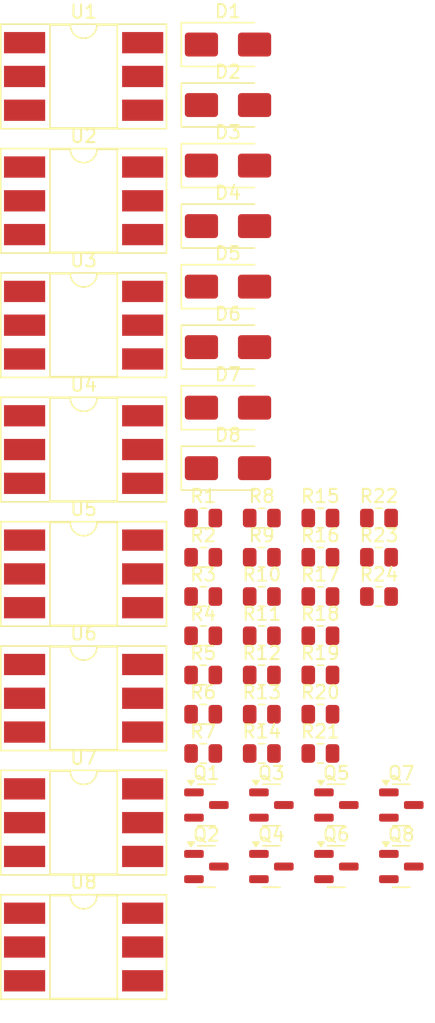
<source format=kicad_pcb>
(kicad_pcb (version 20240108) (generator "pcbnew") (generator_version "8.0")
  (layers (0 "F.Cu" signal) (31 "B.Cu" signal) (34 "B.Paste" user) (35 "F.Paste" user) (36 "B.SilkS" user "B.Silkscreen") (37 "F.SilkS" user "F.Silkscreen") (38 "B.Mask" user) (39 "F.Mask" user) (44 "Edge.Cuts" user))
  (net 0 "")
  (net 1 "Hydrogen_OUT")
  (net 2 "GND_IN")
  (net 3 "Charge_OUT")
  (net 4 "EVD80_Shunt_OUT")
  (net 5 "EVD80_Precharge_OUT")
  (net 6 "AUX_Shunt_OUT")
  (net 7 "AUX_Precharge_OUT")
  (net 8 "DCDC_Shunt_OUT")
  (net 9 "DCDC_Precharge_OUT")
  (net 10 "Net-(Q1-C)")
  (net 11 "GND")
  (net 12 "Net-(Q1-B)")
  (net 13 "Net-(Q2-B)")
  (net 14 "Net-(Q2-C)")
  (net 15 "Net-(Q3-B)")
  (net 16 "Net-(Q3-C)")
  (net 17 "Net-(Q4-C)")
  (net 18 "Net-(Q4-B)")
  (net 19 "Net-(Q5-B)")
  (net 20 "Net-(Q5-C)")
  (net 21 "Net-(Q6-B)")
  (net 22 "Net-(Q6-C)")
  (net 23 "Net-(Q7-C)")
  (net 24 "Net-(Q7-B)")
  (net 25 "Net-(Q8-B)")
  (net 26 "Net-(Q8-C)")
  (net 27 "Net-(R1-Pad2)")
  (net 28 "VDD_3V3")
  (net 29 "Hydrogen_MK")
  (net 30 "Net-(R4-Pad2)")
  (net 31 "Charge_MK")
  (net 32 "Net-(R7-Pad2)")
  (net 33 "EVD80_Shunt_MK")
  (net 34 "Net-(R10-Pad2)")
  (net 35 "EVD80_Precharge_MK")
  (net 36 "Net-(R13-Pad2)")
  (net 37 "AUX_Shunt_MK")
  (net 38 "Net-(R16-Pad2)")
  (net 39 "AUX_Precharge_MK")
  (net 40 "Net-(R19-Pad2)")
  (net 41 "DCDC_Shunt_MK")
  (net 42 "Net-(R22-Pad2)")
  (net 43 "DCDC_Precharge_MK")
  (net 46 "VIN")
  (footprint "Diode_SMD:D_SMA" (layer "F.Cu") (at 144.0055 57.26)
    (property "Reference" "D4" (at 0 -2.5 0) (layer "F.SilkS"))
    (property "Value" "D")
    (fp_line (start -3.51 -1.65) (end -3.51 1.65) (stroke (width 0.12)) (layer "F.SilkS"))
    (fp_line (start -3.51 -1.65) (end 2 -1.65) (stroke (width 0.12)) (layer "F.SilkS"))
    (fp_line (start -3.51 1.65) (end 2 1.65) (stroke (width 0.12)) (layer "F.SilkS"))
    (pad "1" smd roundrect (at -2 0) (size 2.5 1.8) (layers "F.Cu" "F.Paste" "F.Mask") (roundrect_rratio 0.1388888889) (net 5 "EVD80_Precharge_OUT"))
    (pad "2" smd roundrect (at 2 0) (size 2.5 1.8) (layers "F.Cu" "F.Paste" "F.Mask") (roundrect_rratio 0.1388888889) (net 2 "GND_IN"))
  )
  (footprint "Resistor_SMD:R_0805_2012Metric" (layer "F.Cu") (at 150.9605 91.01)
    (property "Reference" "R19" (at 0 -1.65 0) (layer "F.SilkS"))
    (property "Value" "220")
    (fp_line (start -0.227064 -0.735) (end 0.227064 -0.735) (stroke (width 0.12)) (layer "F.SilkS"))
    (fp_line (start -0.227064 0.735) (end 0.227064 0.735) (stroke (width 0.12)) (layer "F.SilkS"))
    (pad "1" smd roundrect (at -0.9125 0) (size 1.025 1.4) (layers "F.Cu" "F.Paste" "F.Mask") (roundrect_rratio 0.243902) (net 28 "VDD_3V3"))
    (pad "2" smd roundrect (at 0.9125 0) (size 1.025 1.4) (layers "F.Cu" "F.Paste" "F.Mask") (roundrect_rratio 0.243902) (net 40 "Net-(R19-Pad2)"))
  )
  (footprint "Package_DIP:DIP-6_W8.89mm_SMDSocket_LongPads" (layer "F.Cu") (at 133.1405 102.11)
    (property "Reference" "U7" (at 0 -4.87 0) (layer "F.SilkS"))
    (property "Value" "PVG612")
    (fp_line (start -6.235 -3.93) (end -6.235 3.93) (stroke (width 0.12)) (layer "F.SilkS"))
    (fp_line (start -6.235 3.93) (end 6.235 3.93) (stroke (width 0.12)) (layer "F.SilkS"))
    (fp_line (start -2.535 -3.87) (end -2.535 3.87) (stroke (width 0.12)) (layer "F.SilkS"))
    (fp_line (start -2.535 3.87) (end 2.535 3.87) (stroke (width 0.12)) (layer "F.SilkS"))
    (fp_line (start -1 -3.87) (end -2.535 -3.87) (stroke (width 0.12)) (layer "F.SilkS"))
    (fp_line (start 2.535 -3.87) (end 1 -3.87) (stroke (width 0.12)) (layer "F.SilkS"))
    (fp_line (start 2.535 3.87) (end 2.535 -3.87) (stroke (width 0.12)) (layer "F.SilkS"))
    (fp_line (start 6.235 -3.93) (end -6.235 -3.93) (stroke (width 0.12)) (layer "F.SilkS"))
    (fp_line (start 6.235 3.93) (end 6.235 -3.93) (stroke (width 0.12)) (layer "F.SilkS"))
    (fp_arc (start 1 -3.87) (mid 0 -2.87) (end -1 -3.87) (stroke (width 0.12)) (layer "F.SilkS"))
    (pad "1" smd rect (at -4.445 -2.54) (size 3.1 1.6) (layers "F.Cu" "F.Paste" "F.Mask") (net 40 "Net-(R19-Pad2)"))
    (pad "2" smd rect (at -4.445 0) (size 3.1 1.6) (layers "F.Cu" "F.Paste" "F.Mask") (net 23 "Net-(Q7-C)"))
    (pad "3" smd rect (at -4.445 2.54) (size 3.1 1.6) (layers "F.Cu" "F.Paste" "F.Mask"))
    (pad "4" smd rect (at 4.445 2.54) (size 3.1 1.6) (layers "F.Cu" "F.Paste" "F.Mask") (net 8 "DCDC_Shunt_OUT"))
    (pad "5" smd rect (at 4.445 0) (size 3.1 1.6) (layers "F.Cu" "F.Paste" "F.Mask"))
    (pad "6" smd rect (at 4.445 -2.54) (size 3.1 1.6) (layers "F.Cu" "F.Paste" "F.Mask") (net 46 "VIN"))
  )
  (footprint "Resistor_SMD:R_0805_2012Metric" (layer "F.Cu") (at 155.3705 82.16)
    (property "Reference" "R23" (at 0 -1.65 0) (layer "F.SilkS"))
    (property "Value" "4.7k")
    (fp_line (start -0.227064 -0.735) (end 0.227064 -0.735) (stroke (width 0.12)) (layer "F.SilkS"))
    (fp_line (start -0.227064 0.735) (end 0.227064 0.735) (stroke (width 0.12)) (layer "F.SilkS"))
    (pad "1" smd roundrect (at -0.9125 0) (size 1.025 1.4) (layers "F.Cu" "F.Paste" "F.Mask") (roundrect_rratio 0.243902) (net 43 "DCDC_Precharge_MK"))
    (pad "2" smd roundrect (at 0.9125 0) (size 1.025 1.4) (layers "F.Cu" "F.Paste" "F.Mask") (roundrect_rratio 0.243902) (net 25 "Net-(Q8-B)"))
  )
  (footprint "Resistor_SMD:R_0805_2012Metric" (layer "F.Cu") (at 146.5505 82.16)
    (property "Reference" "R9" (at 0 -1.65 0) (layer "F.SilkS"))
    (property "Value" "10K")
    (fp_line (start -0.227064 -0.735) (end 0.227064 -0.735) (stroke (width 0.12)) (layer "F.SilkS"))
    (fp_line (start -0.227064 0.735) (end 0.227064 0.735) (stroke (width 0.12)) (layer "F.SilkS"))
    (pad "1" smd roundrect (at -0.9125 0) (size 1.025 1.4) (layers "F.Cu" "F.Paste" "F.Mask") (roundrect_rratio 0.243902) (net 15 "Net-(Q3-B)"))
    (pad "2" smd roundrect (at 0.9125 0) (size 1.025 1.4) (layers "F.Cu" "F.Paste" "F.Mask") (roundrect_rratio 0.243902) (net 11 "GND"))
  )
  (footprint "Package_DIP:DIP-6_W8.89mm_SMDSocket_LongPads" (layer "F.Cu") (at 133.1405 92.76)
    (property "Reference" "U6" (at 0 -4.87 0) (layer "F.SilkS"))
    (property "Value" "PVG612")
    (fp_line (start -6.235 -3.93) (end -6.235 3.93) (stroke (width 0.12)) (layer "F.SilkS"))
    (fp_line (start -6.235 3.93) (end 6.235 3.93) (stroke (width 0.12)) (layer "F.SilkS"))
    (fp_line (start -2.535 -3.87) (end -2.535 3.87) (stroke (width 0.12)) (layer "F.SilkS"))
    (fp_line (start -2.535 3.87) (end 2.535 3.87) (stroke (width 0.12)) (layer "F.SilkS"))
    (fp_line (start -1 -3.87) (end -2.535 -3.87) (stroke (width 0.12)) (layer "F.SilkS"))
    (fp_line (start 2.535 -3.87) (end 1 -3.87) (stroke (width 0.12)) (layer "F.SilkS"))
    (fp_line (start 2.535 3.87) (end 2.535 -3.87) (stroke (width 0.12)) (layer "F.SilkS"))
    (fp_line (start 6.235 -3.93) (end -6.235 -3.93) (stroke (width 0.12)) (layer "F.SilkS"))
    (fp_line (start 6.235 3.93) (end 6.235 -3.93) (stroke (width 0.12)) (layer "F.SilkS"))
    (fp_arc (start 1 -3.87) (mid 0 -2.87) (end -1 -3.87) (stroke (width 0.12)) (layer "F.SilkS"))
    (pad "1" smd rect (at -4.445 -2.54) (size 3.1 1.6) (layers "F.Cu" "F.Paste" "F.Mask") (net 38 "Net-(R16-Pad2)"))
    (pad "2" smd rect (at -4.445 0) (size 3.1 1.6) (layers "F.Cu" "F.Paste" "F.Mask") (net 22 "Net-(Q6-C)"))
    (pad "3" smd rect (at -4.445 2.54) (size 3.1 1.6) (layers "F.Cu" "F.Paste" "F.Mask"))
    (pad "4" smd rect (at 4.445 2.54) (size 3.1 1.6) (layers "F.Cu" "F.Paste" "F.Mask") (net 7 "AUX_Precharge_OUT"))
    (pad "5" smd rect (at 4.445 0) (size 3.1 1.6) (layers "F.Cu" "F.Paste" "F.Mask"))
    (pad "6" smd rect (at 4.445 -2.54) (size 3.1 1.6) (layers "F.Cu" "F.Paste" "F.Mask") (net 46 "VIN"))
  )
  (footprint "Package_TO_SOT_SMD:SOT-23" (layer "F.Cu") (at 147.2705 105.41)
    (property "Reference" "Q4" (at 0 -2.4 0) (layer "F.SilkS"))
    (property "Value" "BC817")
    (fp_line (start 0 -1.56) (end -0.65 -1.56) (stroke (width 0.12)) (layer "F.SilkS"))
    (fp_line (start 0 -1.56) (end 0.65 -1.56) (stroke (width 0.12)) (layer "F.SilkS"))
    (fp_line (start 0 1.56) (end -0.65 1.56) (stroke (width 0.12)) (layer "F.SilkS"))
    (fp_line (start 0 1.56) (end 0.65 1.56) (stroke (width 0.12)) (layer "F.SilkS"))
    (fp_poly (pts (xy -1.1625 -1.51) (xy -1.4025 -1.84) (xy -0.9225 -1.84) (xy -1.1625 -1.51)) (stroke (width 0.12)) (fill solid) (layer "F.SilkS"))
    (pad "1" smd roundrect (at -0.9375 -0.95) (size 1.475 0.6) (layers "F.Cu" "F.Paste" "F.Mask") (net 18 "Net-(Q4-B)"))
    (pad "2" smd roundrect (at -0.9375 0.95) (size 1.475 0.6) (layers "F.Cu" "F.Paste" "F.Mask") (net 11 "GND"))
    (pad "3" smd roundrect (at 0.9375 0) (size 1.475 0.6) (layers "F.Cu" "F.Paste" "F.Mask") (net 17 "Net-(Q4-C)"))
  )
  (footprint "Diode_SMD:D_SMA" (layer "F.Cu") (at 144.0055 75.46)
    (property "Reference" "D8" (at 0 -2.5 0) (layer "F.SilkS"))
    (property "Value" "D")
    (fp_line (start -3.51 -1.65) (end -3.51 1.65) (stroke (width 0.12)) (layer "F.SilkS"))
    (fp_line (start -3.51 -1.65) (end 2 -1.65) (stroke (width 0.12)) (layer "F.SilkS"))
    (fp_line (start -3.51 1.65) (end 2 1.65) (stroke (width 0.12)) (layer "F.SilkS"))
    (pad "1" smd roundrect (at -2 0) (size 2.5 1.8) (layers "F.Cu" "F.Paste" "F.Mask") (roundrect_rratio 0.1388888889) (net 9 "DCDC_Precharge_OUT"))
    (pad "2" smd roundrect (at 2 0) (size 2.5 1.8) (layers "F.Cu" "F.Paste" "F.Mask") (roundrect_rratio 0.1388888889) (net 2 "GND_IN"))
  )
  (footprint "Package_DIP:DIP-6_W8.89mm_SMDSocket_LongPads" (layer "F.Cu") (at 133.1405 74.06)
    (property "Reference" "U4" (at 0 -4.87 0) (layer "F.SilkS"))
    (property "Value" "PVG612")
    (fp_line (start -6.235 -3.93) (end -6.235 3.93) (stroke (width 0.12)) (layer "F.SilkS"))
    (fp_line (start -6.235 3.93) (end 6.235 3.93) (stroke (width 0.12)) (layer "F.SilkS"))
    (fp_line (start -2.535 -3.87) (end -2.535 3.87) (stroke (width 0.12)) (layer "F.SilkS"))
    (fp_line (start -2.535 3.87) (end 2.535 3.87) (stroke (width 0.12)) (layer "F.SilkS"))
    (fp_line (start -1 -3.87) (end -2.535 -3.87) (stroke (width 0.12)) (layer "F.SilkS"))
    (fp_line (start 2.535 -3.87) (end 1 -3.87) (stroke (width 0.12)) (layer "F.SilkS"))
    (fp_line (start 2.535 3.87) (end 2.535 -3.87) (stroke (width 0.12)) (layer "F.SilkS"))
    (fp_line (start 6.235 -3.93) (end -6.235 -3.93) (stroke (width 0.12)) (layer "F.SilkS"))
    (fp_line (start 6.235 3.93) (end 6.235 -3.93) (stroke (width 0.12)) (layer "F.SilkS"))
    (fp_arc (start 1 -3.87) (mid 0 -2.87) (end -1 -3.87) (stroke (width 0.12)) (layer "F.SilkS"))
    (pad "1" smd rect (at -4.445 -2.54) (size 3.1 1.6) (layers "F.Cu" "F.Paste" "F.Mask") (net 34 "Net-(R10-Pad2)"))
    (pad "2" smd rect (at -4.445 0) (size 3.1 1.6) (layers "F.Cu" "F.Paste" "F.Mask") (net 17 "Net-(Q4-C)"))
    (pad "3" smd rect (at -4.445 2.54) (size 3.1 1.6) (layers "F.Cu" "F.Paste" "F.Mask"))
    (pad "4" smd rect (at 4.445 2.54) (size 3.1 1.6) (layers "F.Cu" "F.Paste" "F.Mask") (net 5 "EVD80_Precharge_OUT"))
    (pad "5" smd rect (at 4.445 0) (size 3.1 1.6) (layers "F.Cu" "F.Paste" "F.Mask"))
    (pad "6" smd rect (at 4.445 -2.54) (size 3.1 1.6) (layers "F.Cu" "F.Paste" "F.Mask") (net 46 "VIN"))
  )
  (footprint "Package_DIP:DIP-6_W8.89mm_SMDSocket_LongPads" (layer "F.Cu") (at 133.1405 111.46)
    (property "Reference" "U8" (at 0 -4.87 0) (layer "F.SilkS"))
    (property "Value" "PVG612")
    (fp_line (start -6.235 -3.93) (end -6.235 3.93) (stroke (width 0.12)) (layer "F.SilkS"))
    (fp_line (start -6.235 3.93) (end 6.235 3.93) (stroke (width 0.12)) (layer "F.SilkS"))
    (fp_line (start -2.535 -3.87) (end -2.535 3.87) (stroke (width 0.12)) (layer "F.SilkS"))
    (fp_line (start -2.535 3.87) (end 2.535 3.87) (stroke (width 0.12)) (layer "F.SilkS"))
    (fp_line (start -1 -3.87) (end -2.535 -3.87) (stroke (width 0.12)) (layer "F.SilkS"))
    (fp_line (start 2.535 -3.87) (end 1 -3.87) (stroke (width 0.12)) (layer "F.SilkS"))
    (fp_line (start 2.535 3.87) (end 2.535 -3.87) (stroke (width 0.12)) (layer "F.SilkS"))
    (fp_line (start 6.235 -3.93) (end -6.235 -3.93) (stroke (width 0.12)) (layer "F.SilkS"))
    (fp_line (start 6.235 3.93) (end 6.235 -3.93) (stroke (width 0.12)) (layer "F.SilkS"))
    (fp_arc (start 1 -3.87) (mid 0 -2.87) (end -1 -3.87) (stroke (width 0.12)) (layer "F.SilkS"))
    (pad "1" smd rect (at -4.445 -2.54) (size 3.1 1.6) (layers "F.Cu" "F.Paste" "F.Mask") (net 42 "Net-(R22-Pad2)"))
    (pad "2" smd rect (at -4.445 0) (size 3.1 1.6) (layers "F.Cu" "F.Paste" "F.Mask") (net 26 "Net-(Q8-C)"))
    (pad "3" smd rect (at -4.445 2.54) (size 3.1 1.6) (layers "F.Cu" "F.Paste" "F.Mask"))
    (pad "4" smd rect (at 4.445 2.54) (size 3.1 1.6) (layers "F.Cu" "F.Paste" "F.Mask") (net 9 "DCDC_Precharge_OUT"))
    (pad "5" smd rect (at 4.445 0) (size 3.1 1.6) (layers "F.Cu" "F.Paste" "F.Mask"))
    (pad "6" smd rect (at 4.445 -2.54) (size 3.1 1.6) (layers "F.Cu" "F.Paste" "F.Mask") (net 46 "VIN"))
  )
  (footprint "Package_TO_SOT_SMD:SOT-23" (layer "F.Cu") (at 152.1605 105.41)
    (property "Reference" "Q6" (at 0 -2.4 0) (layer "F.SilkS"))
    (property "Value" "BC817")
    (fp_line (start 0 -1.56) (end -0.65 -1.56) (stroke (width 0.12)) (layer "F.SilkS"))
    (fp_line (start 0 -1.56) (end 0.65 -1.56) (stroke (width 0.12)) (layer "F.SilkS"))
    (fp_line (start 0 1.56) (end -0.65 1.56) (stroke (width 0.12)) (layer "F.SilkS"))
    (fp_line (start 0 1.56) (end 0.65 1.56) (stroke (width 0.12)) (layer "F.SilkS"))
    (fp_poly (pts (xy -1.1625 -1.51) (xy -1.4025 -1.84) (xy -0.9225 -1.84) (xy -1.1625 -1.51)) (stroke (width 0.12)) (fill solid) (layer "F.SilkS"))
    (pad "1" smd roundrect (at -0.9375 -0.95) (size 1.475 0.6) (layers "F.Cu" "F.Paste" "F.Mask") (net 21 "Net-(Q6-B)"))
    (pad "2" smd roundrect (at -0.9375 0.95) (size 1.475 0.6) (layers "F.Cu" "F.Paste" "F.Mask") (net 11 "GND"))
    (pad "3" smd roundrect (at 0.9375 0) (size 1.475 0.6) (layers "F.Cu" "F.Paste" "F.Mask") (net 22 "Net-(Q6-C)"))
  )
  (footprint "Resistor_SMD:R_0805_2012Metric" (layer "F.Cu") (at 155.3705 79.21)
    (property "Reference" "R22" (at 0 -1.65 0) (layer "F.SilkS"))
    (property "Value" "220")
    (fp_line (start -0.227064 -0.735) (end 0.227064 -0.735) (stroke (width 0.12)) (layer "F.SilkS"))
    (fp_line (start -0.227064 0.735) (end 0.227064 0.735) (stroke (width 0.12)) (layer "F.SilkS"))
    (pad "1" smd roundrect (at -0.9125 0) (size 1.025 1.4) (layers "F.Cu" "F.Paste" "F.Mask") (roundrect_rratio 0.243902) (net 28 "VDD_3V3"))
    (pad "2" smd roundrect (at 0.9125 0) (size 1.025 1.4) (layers "F.Cu" "F.Paste" "F.Mask") (roundrect_rratio 0.243902) (net 42 "Net-(R22-Pad2)"))
  )
  (footprint "Resistor_SMD:R_0805_2012Metric" (layer "F.Cu") (at 150.9605 79.21)
    (property "Reference" "R15" (at 0 -1.65 0) (layer "F.SilkS"))
    (property "Value" "10K")
    (fp_line (start -0.227064 -0.735) (end 0.227064 -0.735) (stroke (width 0.12)) (layer "F.SilkS"))
    (fp_line (start -0.227064 0.735) (end 0.227064 0.735) (stroke (width 0.12)) (layer "F.SilkS"))
    (pad "1" smd roundrect (at -0.9125 0) (size 1.025 1.4) (layers "F.Cu" "F.Paste" "F.Mask") (roundrect_rratio 0.243902) (net 19 "Net-(Q5-B)"))
    (pad "2" smd roundrect (at 0.9125 0) (size 1.025 1.4) (layers "F.Cu" "F.Paste" "F.Mask") (roundrect_rratio 0.243902) (net 11 "GND"))
  )
  (footprint "Diode_SMD:D_SMA" (layer "F.Cu") (at 144.0055 66.36)
    (property "Reference" "D6" (at 0 -2.5 0) (layer "F.SilkS"))
    (property "Value" "D")
    (fp_line (start -3.51 -1.65) (end -3.51 1.65) (stroke (width 0.12)) (layer "F.SilkS"))
    (fp_line (start -3.51 -1.65) (end 2 -1.65) (stroke (width 0.12)) (layer "F.SilkS"))
    (fp_line (start -3.51 1.65) (end 2 1.65) (stroke (width 0.12)) (layer "F.SilkS"))
    (pad "1" smd roundrect (at -2 0) (size 2.5 1.8) (layers "F.Cu" "F.Paste" "F.Mask") (roundrect_rratio 0.1388888889) (net 7 "AUX_Precharge_OUT"))
    (pad "2" smd roundrect (at 2 0) (size 2.5 1.8) (layers "F.Cu" "F.Paste" "F.Mask") (roundrect_rratio 0.1388888889) (net 2 "GND_IN"))
  )
  (footprint "Resistor_SMD:R_0805_2012Metric" (layer "F.Cu") (at 142.1405 85.11)
    (property "Reference" "R3" (at 0 -1.65 0) (layer "F.SilkS"))
    (property "Value" "10K")
    (fp_line (start -0.227064 -0.735) (end 0.227064 -0.735) (stroke (width 0.12)) (layer "F.SilkS"))
    (fp_line (start -0.227064 0.735) (end 0.227064 0.735) (stroke (width 0.12)) (layer "F.SilkS"))
    (pad "1" smd roundrect (at -0.9125 0) (size 1.025 1.4) (layers "F.Cu" "F.Paste" "F.Mask") (roundrect_rratio 0.243902) (net 12 "Net-(Q1-B)"))
    (pad "2" smd roundrect (at 0.9125 0) (size 1.025 1.4) (layers "F.Cu" "F.Paste" "F.Mask") (roundrect_rratio 0.243902) (net 11 "GND"))
  )
  (footprint "Resistor_SMD:R_0805_2012Metric" (layer "F.Cu") (at 155.3705 85.11)
    (property "Reference" "R24" (at 0 -1.65 0) (layer "F.SilkS"))
    (property "Value" "10K")
    (fp_line (start -0.227064 -0.735) (end 0.227064 -0.735) (stroke (width 0.12)) (layer "F.SilkS"))
    (fp_line (start -0.227064 0.735) (end 0.227064 0.735) (stroke (width 0.12)) (layer "F.SilkS"))
    (pad "1" smd roundrect (at -0.9125 0) (size 1.025 1.4) (layers "F.Cu" "F.Paste" "F.Mask") (roundrect_rratio 0.243902) (net 25 "Net-(Q8-B)"))
    (pad "2" smd roundrect (at 0.9125 0) (size 1.025 1.4) (layers "F.Cu" "F.Paste" "F.Mask") (roundrect_rratio 0.243902) (net 11 "GND"))
  )
  (footprint "Resistor_SMD:R_0805_2012Metric" (layer "F.Cu") (at 150.9605 96.91)
    (property "Reference" "R21" (at 0 -1.65 0) (layer "F.SilkS"))
    (property "Value" "10K")
    (fp_line (start -0.227064 -0.735) (end 0.227064 -0.735) (stroke (width 0.12)) (layer "F.SilkS"))
    (fp_line (start -0.227064 0.735) (end 0.227064 0.735) (stroke (width 0.12)) (layer "F.SilkS"))
    (pad "1" smd roundrect (at -0.9125 0) (size 1.025 1.4) (layers "F.Cu" "F.Paste" "F.Mask") (roundrect_rratio 0.243902) (net 24 "Net-(Q7-B)"))
    (pad "2" smd roundrect (at 0.9125 0) (size 1.025 1.4) (layers "F.Cu" "F.Paste" "F.Mask") (roundrect_rratio 0.243902) (net 11 "GND"))
  )
  (footprint "Diode_SMD:D_SMA" (layer "F.Cu") (at 144.0055 48.16)
    (property "Reference" "D2" (at 0 -2.5 0) (layer "F.SilkS"))
    (property "Value" "D")
    (fp_line (start -3.51 -1.65) (end -3.51 1.65) (stroke (width 0.12)) (layer "F.SilkS"))
    (fp_line (start -3.51 -1.65) (end 2 -1.65) (stroke (width 0.12)) (layer "F.SilkS"))
    (fp_line (start -3.51 1.65) (end 2 1.65) (stroke (width 0.12)) (layer "F.SilkS"))
    (pad "1" smd roundrect (at -2 0) (size 2.5 1.8) (layers "F.Cu" "F.Paste" "F.Mask") (roundrect_rratio 0.1388888889) (net 3 "Charge_OUT"))
    (pad "2" smd roundrect (at 2 0) (size 2.5 1.8) (layers "F.Cu" "F.Paste" "F.Mask") (roundrect_rratio 0.1388888889) (net 2 "GND_IN"))
  )
  (footprint "Resistor_SMD:R_0805_2012Metric" (layer "F.Cu") (at 150.9605 93.96)
    (property "Reference" "R20" (at 0 -1.65 0) (layer "F.SilkS"))
    (property "Value" "4.7k")
    (fp_line (start -0.227064 -0.735) (end 0.227064 -0.735) (stroke (width 0.12)) (layer "F.SilkS"))
    (fp_line (start -0.227064 0.735) (end 0.227064 0.735) (stroke (width 0.12)) (layer "F.SilkS"))
    (pad "1" smd roundrect (at -0.9125 0) (size 1.025 1.4) (layers "F.Cu" "F.Paste" "F.Mask") (roundrect_rratio 0.243902) (net 41 "DCDC_Shunt_MK"))
    (pad "2" smd roundrect (at 0.9125 0) (size 1.025 1.4) (layers "F.Cu" "F.Paste" "F.Mask") (roundrect_rratio 0.243902) (net 24 "Net-(Q7-B)"))
  )
  (footprint "Diode_SMD:D_SMA" (layer "F.Cu") (at 144.0055 70.91)
    (property "Reference" "D7" (at 0 -2.5 0) (layer "F.SilkS"))
    (property "Value" "D")
    (fp_line (start -3.51 -1.65) (end -3.51 1.65) (stroke (width 0.12)) (layer "F.SilkS"))
    (fp_line (start -3.51 -1.65) (end 2 -1.65) (stroke (width 0.12)) (layer "F.SilkS"))
    (fp_line (start -3.51 1.65) (end 2 1.65) (stroke (width 0.12)) (layer "F.SilkS"))
    (pad "1" smd roundrect (at -2 0) (size 2.5 1.8) (layers "F.Cu" "F.Paste" "F.Mask") (roundrect_rratio 0.1388888889) (net 8 "DCDC_Shunt_OUT"))
    (pad "2" smd roundrect (at 2 0) (size 2.5 1.8) (layers "F.Cu" "F.Paste" "F.Mask") (roundrect_rratio 0.1388888889) (net 2 "GND_IN"))
  )
  (footprint "Resistor_SMD:R_0805_2012Metric" (layer "F.Cu") (at 150.9605 85.11)
    (property "Reference" "R17" (at 0 -1.65 0) (layer "F.SilkS"))
    (property "Value" "4.7k")
    (fp_line (start -0.227064 -0.735) (end 0.227064 -0.735) (stroke (width 0.12)) (layer "F.SilkS"))
    (fp_line (start -0.227064 0.735) (end 0.227064 0.735) (stroke (width 0.12)) (layer "F.SilkS"))
    (pad "1" smd roundrect (at -0.9125 0) (size 1.025 1.4) (layers "F.Cu" "F.Paste" "F.Mask") (roundrect_rratio 0.243902) (net 39 "AUX_Precharge_MK"))
    (pad "2" smd roundrect (at 0.9125 0) (size 1.025 1.4) (layers "F.Cu" "F.Paste" "F.Mask") (roundrect_rratio 0.243902) (net 21 "Net-(Q6-B)"))
  )
  (footprint "Resistor_SMD:R_0805_2012Metric" (layer "F.Cu") (at 142.1405 79.21)
    (property "Reference" "R1" (at 0 -1.65 0) (layer "F.SilkS"))
    (property "Value" "220")
    (fp_line (start -0.227064 -0.735) (end 0.227064 -0.735) (stroke (width 0.12)) (layer "F.SilkS"))
    (fp_line (start -0.227064 0.735) (end 0.227064 0.735) (stroke (width 0.12)) (layer "F.SilkS"))
    (pad "1" smd roundrect (at -0.9125 0) (size 1.025 1.4) (layers "F.Cu" "F.Paste" "F.Mask") (roundrect_rratio 0.243902) (net 28 "VDD_3V3"))
    (pad "2" smd roundrect (at 0.9125 0) (size 1.025 1.4) (layers "F.Cu" "F.Paste" "F.Mask") (roundrect_rratio 0.243902) (net 27 "Net-(R1-Pad2)"))
  )
  (footprint "Resistor_SMD:R_0805_2012Metric" (layer "F.Cu") (at 142.1405 96.91)
    (property "Reference" "R7" (at 0 -1.65 0) (layer "F.SilkS"))
    (property "Value" "220")
    (fp_line (start -0.227064 -0.735) (end 0.227064 -0.735) (stroke (width 0.12)) (layer "F.SilkS"))
    (fp_line (start -0.227064 0.735) (end 0.227064 0.735) (stroke (width 0.12)) (layer "F.SilkS"))
    (pad "1" smd roundrect (at -0.9125 0) (size 1.025 1.4) (layers "F.Cu" "F.Paste" "F.Mask") (roundrect_rratio 0.243902) (net 28 "VDD_3V3"))
    (pad "2" smd roundrect (at 0.9125 0) (size 1.025 1.4) (layers "F.Cu" "F.Paste" "F.Mask") (roundrect_rratio 0.243902) (net 32 "Net-(R7-Pad2)"))
  )
  (footprint "Resistor_SMD:R_0805_2012Metric" (layer "F.Cu") (at 146.5505 79.21)
    (property "Reference" "R8" (at 0 -1.65 0) (layer "F.SilkS"))
    (property "Value" "4.7k")
    (fp_line (start -0.227064 -0.735) (end 0.227064 -0.735) (stroke (width 0.12)) (layer "F.SilkS"))
    (fp_line (start -0.227064 0.735) (end 0.227064 0.735) (stroke (width 0.12)) (layer "F.SilkS"))
    (pad "1" smd roundrect (at -0.9125 0) (size 1.025 1.4) (layers "F.Cu" "F.Paste" "F.Mask") (roundrect_rratio 0.243902) (net 33 "EVD80_Shunt_MK"))
    (pad "2" smd roundrect (at 0.9125 0) (size 1.025 1.4) (layers "F.Cu" "F.Paste" "F.Mask") (roundrect_rratio 0.243902) (net 15 "Net-(Q3-B)"))
  )
  (footprint "Resistor_SMD:R_0805_2012Metric" (layer "F.Cu") (at 142.1405 88.06)
    (property "Reference" "R4" (at 0 -1.65 0) (layer "F.SilkS"))
    (property "Value" "220")
    (fp_line (start -0.227064 -0.735) (end 0.227064 -0.735) (stroke (width 0.12)) (layer "F.SilkS"))
    (fp_line (start -0.227064 0.735) (end 0.227064 0.735) (stroke (width 0.12)) (layer "F.SilkS"))
    (pad "1" smd roundrect (at -0.9125 0) (size 1.025 1.4) (layers "F.Cu" "F.Paste" "F.Mask") (roundrect_rratio 0.243902) (net 28 "VDD_3V3"))
    (pad "2" smd roundrect (at 0.9125 0) (size 1.025 1.4) (layers "F.Cu" "F.Paste" "F.Mask") (roundrect_rratio 0.243902) (net 30 "Net-(R4-Pad2)"))
  )
  (footprint "Resistor_SMD:R_0805_2012Metric" (layer "F.Cu") (at 142.1405 82.16)
    (property "Reference" "R2" (at 0 -1.65 0) (layer "F.SilkS"))
    (property "Value" "4.7k")
    (fp_line (start -0.227064 -0.735) (end 0.227064 -0.735) (stroke (width 0.12)) (layer "F.SilkS"))
    (fp_line (start -0.227064 0.735) (end 0.227064 0.735) (stroke (width 0.12)) (layer "F.SilkS"))
    (pad "1" smd roundrect (at -0.9125 0) (size 1.025 1.4) (layers "F.Cu" "F.Paste" "F.Mask") (roundrect_rratio 0.243902) (net 29 "Hydrogen_MK"))
    (pad "2" smd roundrect (at 0.9125 0) (size 1.025 1.4) (layers "F.Cu" "F.Paste" "F.Mask") (roundrect_rratio 0.243902) (net 12 "Net-(Q1-B)"))
  )
  (footprint "Diode_SMD:D_SMA" (layer "F.Cu") (at 144.0055 43.61)
    (property "Reference" "D1" (at 0 -2.5 0) (layer "F.SilkS"))
    (property "Value" "D")
    (fp_line (start -3.51 -1.65) (end -3.51 1.65) (stroke (width 0.12)) (layer "F.SilkS"))
    (fp_line (start -3.51 -1.65) (end 2 -1.65) (stroke (width 0.12)) (layer "F.SilkS"))
    (fp_line (start -3.51 1.65) (end 2 1.65) (stroke (width 0.12)) (layer "F.SilkS"))
    (pad "1" smd roundrect (at -2 0) (size 2.5 1.8) (layers "F.Cu" "F.Paste" "F.Mask") (roundrect_rratio 0.1388888889) (net 1 "Hydrogen_OUT"))
    (pad "2" smd roundrect (at 2 0) (size 2.5 1.8) (layers "F.Cu" "F.Paste" "F.Mask") (roundrect_rratio 0.1388888889) (net 2 "GND_IN"))
  )
  (footprint "Resistor_SMD:R_0805_2012Metric" (layer "F.Cu") (at 150.9605 88.06)
    (property "Reference" "R18" (at 0 -1.65 0) (layer "F.SilkS"))
    (property "Value" "10K")
    (fp_line (start -0.227064 -0.735) (end 0.227064 -0.735) (stroke (width 0.12)) (layer "F.SilkS"))
    (fp_line (start -0.227064 0.735) (end 0.227064 0.735) (stroke (width 0.12)) (layer "F.SilkS"))
    (pad "1" smd roundrect (at -0.9125 0) (size 1.025 1.4) (layers "F.Cu" "F.Paste" "F.Mask") (roundrect_rratio 0.243902) (net 21 "Net-(Q6-B)"))
    (pad "2" smd roundrect (at 0.9125 0) (size 1.025 1.4) (layers "F.Cu" "F.Paste" "F.Mask") (roundrect_rratio 0.243902) (net 11 "GND"))
  )
  (footprint "Package_DIP:DIP-6_W8.89mm_SMDSocket_LongPads" (layer "F.Cu") (at 133.1405 46.01)
    (property "Reference" "U1" (at 0 -4.87 0) (layer "F.SilkS"))
    (property "Value" "PVG612")
    (fp_line (start -6.235 -3.93) (end -6.235 3.93) (stroke (width 0.12)) (layer "F.SilkS"))
    (fp_line (start -6.235 3.93) (end 6.235 3.93) (stroke (width 0.12)) (layer "F.SilkS"))
    (fp_line (start -2.535 -3.87) (end -2.535 3.87) (stroke (width 0.12)) (layer "F.SilkS"))
    (fp_line (start -2.535 3.87) (end 2.535 3.87) (stroke (width 0.12)) (layer "F.SilkS"))
    (fp_line (start -1 -3.87) (end -2.535 -3.87) (stroke (width 0.12)) (layer "F.SilkS"))
    (fp_line (start 2.535 -3.87) (end 1 -3.87) (stroke (width 0.12)) (layer "F.SilkS"))
    (fp_line (start 2.535 3.87) (end 2.535 -3.87) (stroke (width 0.12)) (layer "F.SilkS"))
    (fp_line (start 6.235 -3.93) (end -6.235 -3.93) (stroke (width 0.12)) (layer "F.SilkS"))
    (fp_line (start 6.235 3.93) (end 6.235 -3.93) (stroke (width 0.12)) (layer "F.SilkS"))
    (fp_arc (start 1 -3.87) (mid 0 -2.87) (end -1 -3.87) (stroke (width 0.12)) (layer "F.SilkS"))
    (pad "1" smd rect (at -4.445 -2.54) (size 3.1 1.6) (layers "F.Cu" "F.Paste" "F.Mask") (net 27 "Net-(R1-Pad2)"))
    (pad "2" smd rect (at -4.445 0) (size 3.1 1.6) (layers "F.Cu" "F.Paste" "F.Mask") (net 10 "Net-(Q1-C)"))
    (pad "3" smd rect (at -4.445 2.54) (size 3.1 1.6) (layers "F.Cu" "F.Paste" "F.Mask"))
    (pad "4" smd rect (at 4.445 2.54) (size 3.1 1.6) (layers "F.Cu" "F.Paste" "F.Mask") (net 1 "Hydrogen_OUT"))
    (pad "5" smd rect (at 4.445 0) (size 3.1 1.6) (layers "F.Cu" "F.Paste" "F.Mask"))
    (pad "6" smd rect (at 4.445 -2.54) (size 3.1 1.6) (layers "F.Cu" "F.Paste" "F.Mask") (net 46 "VIN"))
  )
  (footprint "Package_TO_SOT_SMD:SOT-23" (layer "F.Cu") (at 142.3805 105.41)
    (property "Reference" "Q2" (at 0 -2.4 0) (layer "F.SilkS"))
    (property "Value" "BC817")
    (fp_line (start 0 -1.56) (end -0.65 -1.56) (stroke (width 0.12)) (layer "F.SilkS"))
    (fp_line (start 0 -1.56) (end 0.65 -1.56) (stroke (width 0.12)) (layer "F.SilkS"))
    (fp_line (start 0 1.56) (end -0.65 1.56) (stroke (width 0.12)) (layer "F.SilkS"))
    (fp_line (start 0 1.56) (end 0.65 1.56) (stroke (width 0.12)) (layer "F.SilkS"))
    (fp_poly (pts (xy -1.1625 -1.51) (xy -1.4025 -1.84) (xy -0.9225 -1.84) (xy -1.1625 -1.51)) (stroke (width 0.12)) (fill solid) (layer "F.SilkS"))
    (pad "1" smd roundrect (at -0.9375 -0.95) (size 1.475 0.6) (layers "F.Cu" "F.Paste" "F.Mask") (net 13 "Net-(Q2-B)"))
    (pad "2" smd roundrect (at -0.9375 0.95) (size 1.475 0.6) (layers "F.Cu" "F.Paste" "F.Mask") (net 11 "GND"))
    (pad "3" smd roundrect (at 0.9375 0) (size 1.475 0.6) (layers "F.Cu" "F.Paste" "F.Mask") (net 14 "Net-(Q2-C)"))
  )
  (footprint "Package_TO_SOT_SMD:SOT-23" (layer "F.Cu") (at 152.1605 100.785)
    (property "Reference" "Q5" (at 0 -2.4 0) (layer "F.SilkS"))
    (property "Value" "BC817")
    (fp_line (start 0 -1.56) (end -0.65 -1.56) (stroke (width 0.12)) (layer "F.SilkS"))
    (fp_line (start 0 -1.56) (end 0.65 -1.56) (stroke (width 0.12)) (layer "F.SilkS"))
    (fp_line (start 0 1.56) (end -0.65 1.56) (stroke (width 0.12)) (layer "F.SilkS"))
    (fp_line (start 0 1.56) (end 0.65 1.56) (stroke (width 0.12)) (layer "F.SilkS"))
    (fp_poly (pts (xy -1.1625 -1.51) (xy -1.4025 -1.84) (xy -0.9225 -1.84) (xy -1.1625 -1.51)) (stroke (width 0.12)) (fill solid) (layer "F.SilkS"))
    (pad "1" smd roundrect (at -0.9375 -0.95) (size 1.475 0.6) (layers "F.Cu" "F.Paste" "F.Mask") (net 19 "Net-(Q5-B)"))
    (pad "2" smd roundrect (at -0.9375 0.95) (size 1.475 0.6) (layers "F.Cu" "F.Paste" "F.Mask") (net 11 "GND"))
    (pad "3" smd roundrect (at 0.9375 0) (size 1.475 0.6) (layers "F.Cu" "F.Paste" "F.Mask") (net 20 "Net-(Q5-C)"))
  )
  (footprint "Package_TO_SOT_SMD:SOT-23" (layer "F.Cu") (at 142.3805 100.785)
    (property "Reference" "Q1" (at 0 -2.4 0) (layer "F.SilkS"))
    (property "Value" "BC817")
    (fp_line (start 0 -1.56) (end -0.65 -1.56) (stroke (width 0.12)) (layer "F.SilkS"))
    (fp_line (start 0 -1.56) (end 0.65 -1.56) (stroke (width 0.12)) (layer "F.SilkS"))
    (fp_line (start 0 1.56) (end -0.65 1.56) (stroke (width 0.12)) (layer "F.SilkS"))
    (fp_line (start 0 1.56) (end 0.65 1.56) (stroke (width 0.12)) (layer "F.SilkS"))
    (fp_poly (pts (xy -1.1625 -1.51) (xy -1.4025 -1.84) (xy -0.9225 -1.84) (xy -1.1625 -1.51)) (stroke (width 0.12)) (fill solid) (layer "F.SilkS"))
    (pad "1" smd roundrect (at -0.9375 -0.95) (size 1.475 0.6) (layers "F.Cu" "F.Paste" "F.Mask") (net 12 "Net-(Q1-B)"))
    (pad "2" smd roundrect (at -0.9375 0.95) (size 1.475 0.6) (layers "F.Cu" "F.Paste" "F.Mask") (net 11 "GND"))
    (pad "3" smd roundrect (at 0.9375 0) (size 1.475 0.6) (layers "F.Cu" "F.Paste" "F.Mask") (net 10 "Net-(Q1-C)"))
  )
  (footprint "Diode_SMD:D_SMA" (layer "F.Cu") (at 144.0055 61.81)
    (property "Reference" "D5" (at 0 -2.5 0) (layer "F.SilkS"))
    (property "Value" "D")
    (fp_line (start -3.51 -1.65) (end -3.51 1.65) (stroke (width 0.12)) (layer "F.SilkS"))
    (fp_line (start -3.51 -1.65) (end 2 -1.65) (stroke (width 0.12)) (layer "F.SilkS"))
    (fp_line (start -3.51 1.65) (end 2 1.65) (stroke (width 0.12)) (layer "F.SilkS"))
    (pad "1" smd roundrect (at -2 0) (size 2.5 1.8) (layers "F.Cu" "F.Paste" "F.Mask") (roundrect_rratio 0.1388888889) (net 6 "AUX_Shunt_OUT"))
    (pad "2" smd roundrect (at 2 0) (size 2.5 1.8) (layers "F.Cu" "F.Paste" "F.Mask") (roundrect_rratio 0.1388888889) (net 2 "GND_IN"))
  )
  (footprint "Resistor_SMD:R_0805_2012Metric" (layer "F.Cu") (at 142.1405 93.96)
    (property "Reference" "R6" (at 0 -1.65 0) (layer "F.SilkS"))
    (property "Value" "10K")
    (fp_line (start -0.227064 -0.735) (end 0.227064 -0.735) (stroke (width 0.12)) (layer "F.SilkS"))
    (fp_line (start -0.227064 0.735) (end 0.227064 0.735) (stroke (width 0.12)) (layer "F.SilkS"))
    (pad "1" smd roundrect (at -0.9125 0) (size 1.025 1.4) (layers "F.Cu" "F.Paste" "F.Mask") (roundrect_rratio 0.243902) (net 13 "Net-(Q2-B)"))
    (pad "2" smd roundrect (at 0.9125 0) (size 1.025 1.4) (layers "F.Cu" "F.Paste" "F.Mask") (roundrect_rratio 0.243902) (net 11 "GND"))
  )
  (footprint "Package_DIP:DIP-6_W8.89mm_SMDSocket_LongPads" (layer "F.Cu") (at 133.1405 83.41)
    (property "Reference" "U5" (at 0 -4.87 0) (layer "F.SilkS"))
    (property "Value" "PVG612")
    (fp_line (start -6.235 -3.93) (end -6.235 3.93) (stroke (width 0.12)) (layer "F.SilkS"))
    (fp_line (start -6.235 3.93) (end 6.235 3.93) (stroke (width 0.12)) (layer "F.SilkS"))
    (fp_line (start -2.535 -3.87) (end -2.535 3.87) (stroke (width 0.12)) (layer "F.SilkS"))
    (fp_line (start -2.535 3.87) (end 2.535 3.87) (stroke (width 0.12)) (layer "F.SilkS"))
    (fp_line (start -1 -3.87) (end -2.535 -3.87) (stroke (width 0.12)) (layer "F.SilkS"))
    (fp_line (start 2.535 -3.87) (end 1 -3.87) (stroke (width 0.12)) (layer "F.SilkS"))
    (fp_line (start 2.535 3.87) (end 2.535 -3.87) (stroke (width 0.12)) (layer "F.SilkS"))
    (fp_line (start 6.235 -3.93) (end -6.235 -3.93) (stroke (width 0.12)) (layer "F.SilkS"))
    (fp_line (start 6.235 3.93) (end 6.235 -3.93) (stroke (width 0.12)) (layer "F.SilkS"))
    (fp_arc (start 1 -3.87) (mid 0 -2.87) (end -1 -3.87) (stroke (width 0.12)) (layer "F.SilkS"))
    (pad "1" smd rect (at -4.445 -2.54) (size 3.1 1.6) (layers "F.Cu" "F.Paste" "F.Mask") (net 36 "Net-(R13-Pad2)"))
    (pad "2" smd rect (at -4.445 0) (size 3.1 1.6) (layers "F.Cu" "F.Paste" "F.Mask") (net 20 "Net-(Q5-C)"))
    (pad "3" smd rect (at -4.445 2.54) (size 3.1 1.6) (layers "F.Cu" "F.Paste" "F.Mask"))
    (pad "4" smd rect (at 4.445 2.54) (size 3.1 1.6) (layers "F.Cu" "F.Paste" "F.Mask") (net 6 "AUX_Shunt_OUT"))
    (pad "5" smd rect (at 4.445 0) (size 3.1 1.6) (layers "F.Cu" "F.Paste" "F.Mask"))
    (pad "6" smd rect (at 4.445 -2.54) (size 3.1 1.6) (layers "F.Cu" "F.Paste" "F.Mask") (net 46 "VIN"))
  )
  (footprint "Package_TO_SOT_SMD:SOT-23" (layer "F.Cu") (at 147.2705 100.785)
    (property "Reference" "Q3" (at 0 -2.4 0) (layer "F.SilkS"))
    (property "Value" "BC817")
    (fp_line (start 0 -1.56) (end -0.65 -1.56) (stroke (width 0.12)) (layer "F.SilkS"))
    (fp_line (start 0 -1.56) (end 0.65 -1.56) (stroke (width 0.12)) (layer "F.SilkS"))
    (fp_line (start 0 1.56) (end -0.65 1.56) (stroke (width 0.12)) (layer "F.SilkS"))
    (fp_line (start 0 1.56) (end 0.65 1.56) (stroke (width 0.12)) (layer "F.SilkS"))
    (fp_poly (pts (xy -1.1625 -1.51) (xy -1.4025 -1.84) (xy -0.9225 -1.84) (xy -1.1625 -1.51)) (stroke (width 0.12)) (fill solid) (layer "F.SilkS"))
    (pad "1" smd roundrect (at -0.9375 -0.95) (size 1.475 0.6) (layers "F.Cu" "F.Paste" "F.Mask") (net 15 "Net-(Q3-B)"))
    (pad "2" smd roundrect (at -0.9375 0.95) (size 1.475 0.6) (layers "F.Cu" "F.Paste" "F.Mask") (net 11 "GND"))
    (pad "3" smd roundrect (at 0.9375 0) (size 1.475 0.6) (layers "F.Cu" "F.Paste" "F.Mask") (net 16 "Net-(Q3-C)"))
  )
  (footprint "Package_DIP:DIP-6_W8.89mm_SMDSocket_LongPads" (layer "F.Cu") (at 133.1405 55.36)
    (property "Reference" "U2" (at 0 -4.87 0) (layer "F.SilkS"))
    (property "Value" "PVG612")
    (fp_line (start -6.235 -3.93) (end -6.235 3.93) (stroke (width 0.12)) (layer "F.SilkS"))
    (fp_line (start -6.235 3.93) (end 6.235 3.93) (stroke (width 0.12)) (layer "F.SilkS"))
    (fp_line (start -2.535 -3.87) (end -2.535 3.87) (stroke (width 0.12)) (layer "F.SilkS"))
    (fp_line (start -2.535 3.87) (end 2.535 3.87) (stroke (width 0.12)) (layer "F.SilkS"))
    (fp_line (start -1 -3.87) (end -2.535 -3.87) (stroke (width 0.12)) (layer "F.SilkS"))
    (fp_line (start 2.535 -3.87) (end 1 -3.87) (stroke (width 0.12)) (layer "F.SilkS"))
    (fp_line (start 2.535 3.87) (end 2.535 -3.87) (stroke (width 0.12)) (layer "F.SilkS"))
    (fp_line (start 6.235 -3.93) (end -6.235 -3.93) (stroke (width 0.12)) (layer "F.SilkS"))
    (fp_line (start 6.235 3.93) (end 6.235 -3.93) (stroke (width 0.12)) (layer "F.SilkS"))
    (fp_arc (start 1 -3.87) (mid 0 -2.87) (end -1 -3.87) (stroke (width 0.12)) (layer "F.SilkS"))
    (pad "1" smd rect (at -4.445 -2.54) (size 3.1 1.6) (layers "F.Cu" "F.Paste" "F.Mask") (net 30 "Net-(R4-Pad2)"))
    (pad "2" smd rect (at -4.445 0) (size 3.1 1.6) (layers "F.Cu" "F.Paste" "F.Mask") (net 14 "Net-(Q2-C)"))
    (pad "3" smd rect (at -4.445 2.54) (size 3.1 1.6) (layers "F.Cu" "F.Paste" "F.Mask"))
    (pad "4" smd rect (at 4.445 2.54) (size 3.1 1.6) (layers "F.Cu" "F.Paste" "F.Mask") (net 3 "Charge_OUT"))
    (pad "5" smd rect (at 4.445 0) (size 3.1 1.6) (layers "F.Cu" "F.Paste" "F.Mask"))
    (pad "6" smd rect (at 4.445 -2.54) (size 3.1 1.6) (layers "F.Cu" "F.Paste" "F.Mask") (net 46 "VIN"))
  )
  (footprint "Package_TO_SOT_SMD:SOT-23" (layer "F.Cu") (at 157.0505 100.785)
    (property "Reference" "Q7" (at 0 -2.4 0) (layer "F.SilkS"))
    (property "Value" "BC817")
    (fp_line (start 0 -1.56) (end -0.65 -1.56) (stroke (width 0.12)) (layer "F.SilkS"))
    (fp_line (start 0 -1.56) (end 0.65 -1.56) (stroke (width 0.12)) (layer "F.SilkS"))
    (fp_line (start 0 1.56) (end -0.65 1.56) (stroke (width 0.12)) (layer "F.SilkS"))
    (fp_line (start 0 1.56) (end 0.65 1.56) (stroke (width 0.12)) (layer "F.SilkS"))
    (fp_poly (pts (xy -1.1625 -1.51) (xy -1.4025 -1.84) (xy -0.9225 -1.84) (xy -1.1625 -1.51)) (stroke (width 0.12)) (fill solid) (layer "F.SilkS"))
    (pad "1" smd roundrect (at -0.9375 -0.95) (size 1.475 0.6) (layers "F.Cu" "F.Paste" "F.Mask") (net 24 "Net-(Q7-B)"))
    (pad "2" smd roundrect (at -0.9375 0.95) (size 1.475 0.6) (layers "F.Cu" "F.Paste" "F.Mask") (net 11 "GND"))
    (pad "3" smd roundrect (at 0.9375 0) (size 1.475 0.6) (layers "F.Cu" "F.Paste" "F.Mask") (net 23 "Net-(Q7-C)"))
  )
  (footprint "Resistor_SMD:R_0805_2012Metric" (layer "F.Cu") (at 150.9605 82.16)
    (property "Reference" "R16" (at 0 -1.65 0) (layer "F.SilkS"))
    (property "Value" "220")
    (fp_line (start -0.227064 -0.735) (end 0.227064 -0.735) (stroke (width 0.12)) (layer "F.SilkS"))
    (fp_line (start -0.227064 0.735) (end 0.227064 0.735) (stroke (width 0.12)) (layer "F.SilkS"))
    (pad "1" smd roundrect (at -0.9125 0) (size 1.025 1.4) (layers "F.Cu" "F.Paste" "F.Mask") (roundrect_rratio 0.243902) (net 28 "VDD_3V3"))
    (pad "2" smd roundrect (at 0.9125 0) (size 1.025 1.4) (layers "F.Cu" "F.Paste" "F.Mask") (roundrect_rratio 0.243902) (net 38 "Net-(R16-Pad2)"))
  )
  (footprint "Resistor_SMD:R_0805_2012Metric" (layer "F.Cu") (at 142.1405 91.01)
    (property "Reference" "R5" (at 0 -1.65 0) (layer "F.SilkS"))
    (property "Value" "4.7k")
    (fp_line (start -0.227064 -0.735) (end 0.227064 -0.735) (stroke (width 0.12)) (layer "F.SilkS"))
    (fp_line (start -0.227064 0.735) (end 0.227064 0.735) (stroke (width 0.12)) (layer "F.SilkS"))
    (pad "1" smd roundrect (at -0.9125 0) (size 1.025 1.4) (layers "F.Cu" "F.Paste" "F.Mask") (roundrect_rratio 0.243902) (net 31 "Charge_MK"))
    (pad "2" smd roundrect (at 0.9125 0) (size 1.025 1.4) (layers "F.Cu" "F.Paste" "F.Mask") (roundrect_rratio 0.243902) (net 13 "Net-(Q2-B)"))
  )
  (footprint "Resistor_SMD:R_0805_2012Metric" (layer "F.Cu") (at 146.5505 85.11)
    (property "Reference" "R10" (at 0 -1.65 0) (layer "F.SilkS"))
    (property "Value" "220")
    (fp_line (start -0.227064 -0.735) (end 0.227064 -0.735) (stroke (width 0.12)) (layer "F.SilkS"))
    (fp_line (start -0.227064 0.735) (end 0.227064 0.735) (stroke (width 0.12)) (layer "F.SilkS"))
    (pad "1" smd roundrect (at -0.9125 0) (size 1.025 1.4) (layers "F.Cu" "F.Paste" "F.Mask") (roundrect_rratio 0.243902) (net 28 "VDD_3V3"))
    (pad "2" smd roundrect (at 0.9125 0) (size 1.025 1.4) (layers "F.Cu" "F.Paste" "F.Mask") (roundrect_rratio 0.243902) (net 34 "Net-(R10-Pad2)"))
  )
  (footprint "Diode_SMD:D_SMA" (layer "F.Cu") (at 144.0055 52.71)
    (property "Reference" "D3" (at 0 -2.5 0) (layer "F.SilkS"))
    (property "Value" "D")
    (fp_line (start -3.51 -1.65) (end -3.51 1.65) (stroke (width 0.12)) (layer "F.SilkS"))
    (fp_line (start -3.51 -1.65) (end 2 -1.65) (stroke (width 0.12)) (layer "F.SilkS"))
    (fp_line (start -3.51 1.65) (end 2 1.65) (stroke (width 0.12)) (layer "F.SilkS"))
    (pad "1" smd roundrect (at -2 0) (size 2.5 1.8) (layers "F.Cu" "F.Paste" "F.Mask") (roundrect_rratio 0.1388888889) (net 4 "EVD80_Shunt_OUT"))
    (pad "2" smd roundrect (at 2 0) (size 2.5 1.8) (layers "F.Cu" "F.Paste" "F.Mask") (roundrect_rratio 0.1388888889) (net 2 "GND_IN"))
  )
  (footprint "Package_TO_SOT_SMD:SOT-23" (layer "F.Cu") (at 157.0505 105.41)
    (property "Reference" "Q8" (at 0 -2.4 0) (layer "F.SilkS"))
    (property "Value" "BC817")
    (fp_line (start 0 -1.56) (end -0.65 -1.56) (stroke (width 0.12)) (layer "F.SilkS"))
    (fp_line (start 0 -1.56) (end 0.65 -1.56) (stroke (width 0.12)) (layer "F.SilkS"))
    (fp_line (start 0 1.56) (end -0.65 1.56) (stroke (width 0.12)) (layer "F.SilkS"))
    (fp_line (start 0 1.56) (end 0.65 1.56) (stroke (width 0.12)) (layer "F.SilkS"))
    (fp_poly (pts (xy -1.1625 -1.51) (xy -1.4025 -1.84) (xy -0.9225 -1.84) (xy -1.1625 -1.51)) (stroke (width 0.12)) (fill solid) (layer "F.SilkS"))
    (pad "1" smd roundrect (at -0.9375 -0.95) (size 1.475 0.6) (layers "F.Cu" "F.Paste" "F.Mask") (net 25 "Net-(Q8-B)"))
    (pad "2" smd roundrect (at -0.9375 0.95) (size 1.475 0.6) (layers "F.Cu" "F.Paste" "F.Mask") (net 11 "GND"))
    (pad "3" smd roundrect (at 0.9375 0) (size 1.475 0.6) (layers "F.Cu" "F.Paste" "F.Mask") (net 26 "Net-(Q8-C)"))
  )
  (footprint "Resistor_SMD:R_0805_2012Metric" (layer "F.Cu") (at 146.5505 91.01)
    (property "Reference" "R12" (at 0 -1.65 0) (layer "F.SilkS"))
    (property "Value" "10K")
    (fp_line (start -0.227064 -0.735) (end 0.227064 -0.735) (stroke (width 0.12)) (layer "F.SilkS"))
    (fp_line (start -0.227064 0.735) (end 0.227064 0.735) (stroke (width 0.12)) (layer "F.SilkS"))
    (pad "1" smd roundrect (at -0.9125 0) (size 1.025 1.4) (layers "F.Cu" "F.Paste" "F.Mask") (roundrect_rratio 0.243902) (net 18 "Net-(Q4-B)"))
    (pad "2" smd roundrect (at 0.9125 0) (size 1.025 1.4) (layers "F.Cu" "F.Paste" "F.Mask") (roundrect_rratio 0.243902) (net 11 "GND"))
  )
  (footprint "Resistor_SMD:R_0805_2012Metric" (layer "F.Cu") (at 146.5505 96.91)
    (property "Reference" "R14" (at 0 -1.65 0) (layer "F.SilkS"))
    (property "Value" "4.7k")
    (fp_line (start -0.227064 -0.735) (end 0.227064 -0.735) (stroke (width 0.12)) (layer "F.SilkS"))
    (fp_line (start -0.227064 0.735) (end 0.227064 0.735) (stroke (width 0.12)) (layer "F.SilkS"))
    (pad "1" smd roundrect (at -0.9125 0) (size 1.025 1.4) (layers "F.Cu" "F.Paste" "F.Mask") (roundrect_rratio 0.243902) (net 37 "AUX_Shunt_MK"))
    (pad "2" smd roundrect (at 0.9125 0) (size 1.025 1.4) (layers "F.Cu" "F.Paste" "F.Mask") (roundrect_rratio 0.243902) (net 19 "Net-(Q5-B)"))
  )
  (footprint "Package_DIP:DIP-6_W8.89mm_SMDSocket_LongPads" (layer "F.Cu") (at 133.1405 64.71)
    (property "Reference" "U3" (at 0 -4.87 0) (layer "F.SilkS"))
    (property "Value" "PVG612")
    (fp_line (start -6.235 -3.93) (end -6.235 3.93) (stroke (width 0.12)) (layer "F.SilkS"))
    (fp_line (start -6.235 3.93) (end 6.235 3.93) (stroke (width 0.12)) (layer "F.SilkS"))
    (fp_line (start -2.535 -3.87) (end -2.535 3.87) (stroke (width 0.12)) (layer "F.SilkS"))
    (fp_line (start -2.535 3.87) (end 2.535 3.87) (stroke (width 0.12)) (layer "F.SilkS"))
    (fp_line (start -1 -3.87) (end -2.535 -3.87) (stroke (width 0.12)) (layer "F.SilkS"))
    (fp_line (start 2.535 -3.87) (end 1 -3.87) (stroke (width 0.12)) (layer "F.SilkS"))
    (fp_line (start 2.535 3.87) (end 2.535 -3.87) (stroke (width 0.12)) (layer "F.SilkS"))
    (fp_line (start 6.235 -3.93) (end -6.235 -3.93) (stroke (width 0.12)) (layer "F.SilkS"))
    (fp_line (start 6.235 3.93) (end 6.235 -3.93) (stroke (width 0.12)) (layer "F.SilkS"))
    (fp_arc (start 1 -3.87) (mid 0 -2.87) (end -1 -3.87) (stroke (width 0.12)) (layer "F.SilkS"))
    (pad "1" smd rect (at -4.445 -2.54) (size 3.1 1.6) (layers "F.Cu" "F.Paste" "F.Mask") (net 32 "Net-(R7-Pad2)"))
    (pad "2" smd rect (at -4.445 0) (size 3.1 1.6) (layers "F.Cu" "F.Paste" "F.Mask") (net 16 "Net-(Q3-C)"))
    (pad "3" smd rect (at -4.445 2.54) (size 3.1 1.6) (layers "F.Cu" "F.Paste" "F.Mask"))
    (pad "4" smd rect (at 4.445 2.54) (size 3.1 1.6) (layers "F.Cu" "F.Paste" "F.Mask") (net 4 "EVD80_Shunt_OUT"))
    (pad "5" smd rect (at 4.445 0) (size 3.1 1.6) (layers "F.Cu" "F.Paste" "F.Mask"))
    (pad "6" smd rect (at 4.445 -2.54) (size 3.1 1.6) (layers "F.Cu" "F.Paste" "F.Mask") (net 46 "VIN"))
  )
  (footprint "Resistor_SMD:R_0805_2012Metric" (layer "F.Cu") (at 146.5505 93.96)
    (property "Reference" "R13" (at 0 -1.65 0) (layer "F.SilkS"))
    (property "Value" "220")
    (fp_line (start -0.227064 -0.735) (end 0.227064 -0.735) (stroke (width 0.12)) (layer "F.SilkS"))
    (fp_line (start -0.227064 0.735) (end 0.227064 0.735) (stroke (width 0.12)) (layer "F.SilkS"))
    (pad "1" smd roundrect (at -0.9125 0) (size 1.025 1.4) (layers "F.Cu" "F.Paste" "F.Mask") (roundrect_rratio 0.243902) (net 28 "VDD_3V3"))
    (pad "2" smd roundrect (at 0.9125 0) (size 1.025 1.4) (layers "F.Cu" "F.Paste" "F.Mask") (roundrect_rratio 0.243902) (net 36 "Net-(R13-Pad2)"))
  )
  (footprint "Resistor_SMD:R_0805_2012Metric" (layer "F.Cu") (at 146.5505 88.06)
    (property "Reference" "R11" (at 0 -1.65 0) (layer "F.SilkS"))
    (property "Value" "4.7k")
    (fp_line (start -0.227064 -0.735) (end 0.227064 -0.735) (stroke (width 0.12)) (layer "F.SilkS"))
    (fp_line (start -0.227064 0.735) (end 0.227064 0.735) (stroke (width 0.12)) (layer "F.SilkS"))
    (pad "1" smd roundrect (at -0.9125 0) (size 1.025 1.4) (layers "F.Cu" "F.Paste" "F.Mask") (roundrect_rratio 0.243902) (net 35 "EVD80_Precharge_MK"))
    (pad "2" smd roundrect (at 0.9125 0) (size 1.025 1.4) (layers "F.Cu" "F.Paste" "F.Mask") (roundrect_rratio 0.243902) (net 18 "Net-(Q4-B)"))
  )
)
</source>
